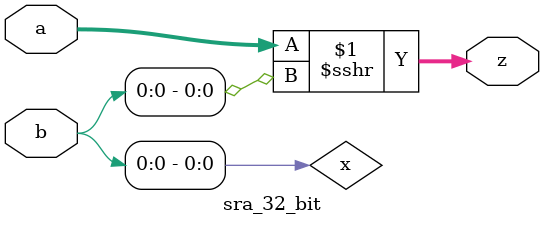
<source format=v>
`timescale 1ns / 1ps

module sra_32_bit(a,b,z

    );
    input [31:0] a,b;
    output wire [31:0] z;
    
    wire x;
    
    assign x = b[0];
    
    assign z = a >>> x;

endmodule

</source>
